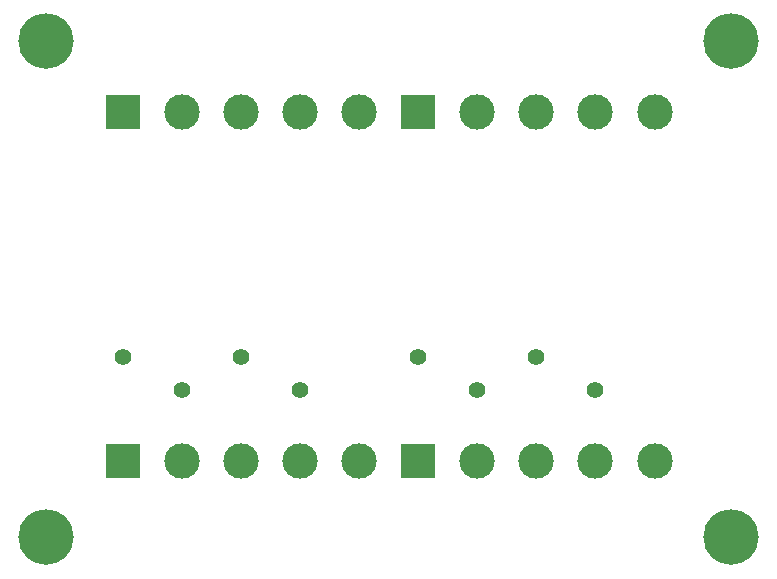
<source format=gbr>
%TF.GenerationSoftware,KiCad,Pcbnew,7.0.8*%
%TF.CreationDate,2024-03-15T18:14:36-06:00*%
%TF.ProjectId,DIO_TVS_Protection,44494f5f-5456-4535-9f50-726f74656374,rev?*%
%TF.SameCoordinates,Original*%
%TF.FileFunction,Soldermask,Bot*%
%TF.FilePolarity,Negative*%
%FSLAX46Y46*%
G04 Gerber Fmt 4.6, Leading zero omitted, Abs format (unit mm)*
G04 Created by KiCad (PCBNEW 7.0.8) date 2024-03-15 18:14:36*
%MOMM*%
%LPD*%
G01*
G04 APERTURE LIST*
%ADD10R,3.000000X3.000000*%
%ADD11C,3.000000*%
%ADD12C,4.700000*%
%ADD13C,1.400000*%
G04 APERTURE END LIST*
D10*
%TO.C,J3*%
X122965000Y-82340000D03*
D11*
X127965000Y-82340000D03*
X132965000Y-82340000D03*
X137965000Y-82340000D03*
X142965000Y-82340000D03*
%TD*%
D12*
%TO.C,REF\u002A\u002A*%
X174465000Y-76340000D03*
%TD*%
%TO.C,REF\u002A\u002A*%
X174465000Y-118340000D03*
%TD*%
%TO.C,REF\u002A\u002A*%
X116465000Y-118340000D03*
%TD*%
%TO.C,REF\u002A\u002A*%
X116465000Y-76340000D03*
%TD*%
D10*
%TO.C,J4*%
X147965000Y-82340000D03*
D11*
X152965000Y-82340000D03*
X157965000Y-82340000D03*
X162965000Y-82340000D03*
X167965000Y-82340000D03*
%TD*%
D10*
%TO.C,J2*%
X147965000Y-111840000D03*
D11*
X152965000Y-111840000D03*
X157965000Y-111840000D03*
X162965000Y-111840000D03*
X167965000Y-111840000D03*
%TD*%
D10*
%TO.C,J1*%
X122965000Y-111840000D03*
D11*
X127965000Y-111840000D03*
X132965000Y-111840000D03*
X137965000Y-111840000D03*
X142965000Y-111840000D03*
%TD*%
D13*
%TO.C,C8*%
X162965000Y-105840000D03*
%TD*%
%TO.C,C7*%
X157965000Y-103090000D03*
%TD*%
%TO.C,C6*%
X152965000Y-105840000D03*
%TD*%
%TO.C,C5*%
X147965000Y-103090000D03*
%TD*%
%TO.C,C4*%
X137965000Y-105840000D03*
%TD*%
%TO.C,C3*%
X132965000Y-103090000D03*
%TD*%
%TO.C,C2*%
X127965000Y-105840000D03*
%TD*%
%TO.C,C1*%
X122965000Y-103090000D03*
%TD*%
M02*

</source>
